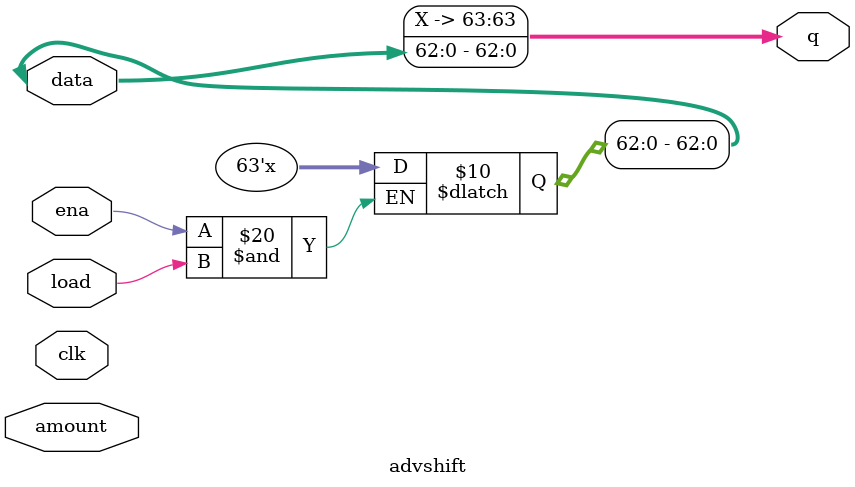
<source format=v>
module advshift(input clk,
input load,
input ena,
input [1:0] amount,
input [63:0] data,
output reg [63:0] q); 
// when load is high, assign data[63:0] to shift register q.
// if ena is high, shift q.
// amount: Chooses which direction and how much to shift.
// 2'b00: shift left by 1 bit.
// 2'b01: shift left by 8 bits.
// 2'b10: shift right by 1 bit.
// 2'b11: shift right by 8 bits.


assign q = {data[63:0], shift[2:0], shift[1:0], data[62:0]};

always @* begin
  if (ena) begin
    if (load) q <= data;
    shift <= {amount, amount};
  end else begin
    shift <= {0,0};
  end
end
endmodule

</source>
